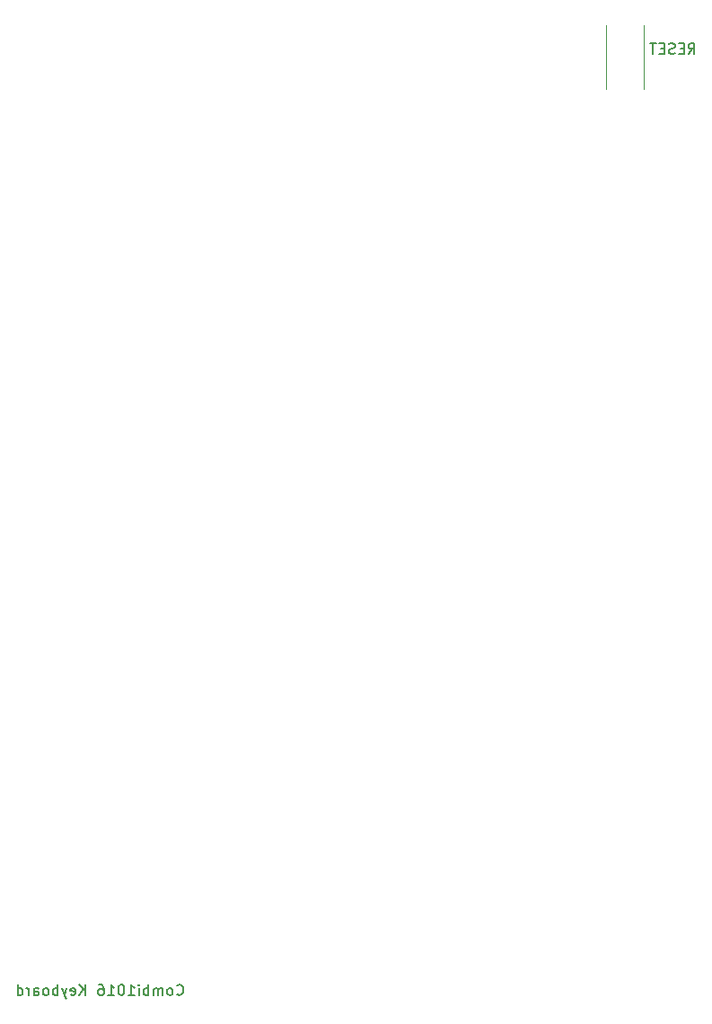
<source format=gbo>
%TF.GenerationSoftware,KiCad,Pcbnew,(6.0.4-0)*%
%TF.CreationDate,2022-04-04T05:09:50+09:00*%
%TF.ProjectId,mytenkey,6d797465-6e6b-4657-992e-6b696361645f,rev?*%
%TF.SameCoordinates,Original*%
%TF.FileFunction,Legend,Bot*%
%TF.FilePolarity,Positive*%
%FSLAX46Y46*%
G04 Gerber Fmt 4.6, Leading zero omitted, Abs format (unit mm)*
G04 Created by KiCad (PCBNEW (6.0.4-0)) date 2022-04-04 05:09:50*
%MOMM*%
%LPD*%
G01*
G04 APERTURE LIST*
%ADD10C,0.150000*%
%ADD11C,0.120000*%
G04 APERTURE END LIST*
D10*
X99035285Y-139930142D02*
X99082904Y-139977761D01*
X99225761Y-140025380D01*
X99321000Y-140025380D01*
X99463857Y-139977761D01*
X99559095Y-139882523D01*
X99606714Y-139787285D01*
X99654333Y-139596809D01*
X99654333Y-139453952D01*
X99606714Y-139263476D01*
X99559095Y-139168238D01*
X99463857Y-139073000D01*
X99321000Y-139025380D01*
X99225761Y-139025380D01*
X99082904Y-139073000D01*
X99035285Y-139120619D01*
X98463857Y-140025380D02*
X98559095Y-139977761D01*
X98606714Y-139930142D01*
X98654333Y-139834904D01*
X98654333Y-139549190D01*
X98606714Y-139453952D01*
X98559095Y-139406333D01*
X98463857Y-139358714D01*
X98321000Y-139358714D01*
X98225761Y-139406333D01*
X98178142Y-139453952D01*
X98130523Y-139549190D01*
X98130523Y-139834904D01*
X98178142Y-139930142D01*
X98225761Y-139977761D01*
X98321000Y-140025380D01*
X98463857Y-140025380D01*
X97701952Y-140025380D02*
X97701952Y-139358714D01*
X97701952Y-139453952D02*
X97654333Y-139406333D01*
X97559095Y-139358714D01*
X97416238Y-139358714D01*
X97321000Y-139406333D01*
X97273380Y-139501571D01*
X97273380Y-140025380D01*
X97273380Y-139501571D02*
X97225761Y-139406333D01*
X97130523Y-139358714D01*
X96987666Y-139358714D01*
X96892428Y-139406333D01*
X96844809Y-139501571D01*
X96844809Y-140025380D01*
X96368619Y-140025380D02*
X96368619Y-139025380D01*
X96368619Y-139406333D02*
X96273380Y-139358714D01*
X96082904Y-139358714D01*
X95987666Y-139406333D01*
X95940047Y-139453952D01*
X95892428Y-139549190D01*
X95892428Y-139834904D01*
X95940047Y-139930142D01*
X95987666Y-139977761D01*
X96082904Y-140025380D01*
X96273380Y-140025380D01*
X96368619Y-139977761D01*
X95463857Y-140025380D02*
X95463857Y-139358714D01*
X95463857Y-139025380D02*
X95511476Y-139073000D01*
X95463857Y-139120619D01*
X95416238Y-139073000D01*
X95463857Y-139025380D01*
X95463857Y-139120619D01*
X94463857Y-140025380D02*
X95035285Y-140025380D01*
X94749571Y-140025380D02*
X94749571Y-139025380D01*
X94844809Y-139168238D01*
X94940047Y-139263476D01*
X95035285Y-139311095D01*
X93844809Y-139025380D02*
X93749571Y-139025380D01*
X93654333Y-139073000D01*
X93606714Y-139120619D01*
X93559095Y-139215857D01*
X93511476Y-139406333D01*
X93511476Y-139644428D01*
X93559095Y-139834904D01*
X93606714Y-139930142D01*
X93654333Y-139977761D01*
X93749571Y-140025380D01*
X93844809Y-140025380D01*
X93940047Y-139977761D01*
X93987666Y-139930142D01*
X94035285Y-139834904D01*
X94082904Y-139644428D01*
X94082904Y-139406333D01*
X94035285Y-139215857D01*
X93987666Y-139120619D01*
X93940047Y-139073000D01*
X93844809Y-139025380D01*
X92559095Y-140025380D02*
X93130523Y-140025380D01*
X92844809Y-140025380D02*
X92844809Y-139025380D01*
X92940047Y-139168238D01*
X93035285Y-139263476D01*
X93130523Y-139311095D01*
X91701952Y-139025380D02*
X91892428Y-139025380D01*
X91987666Y-139073000D01*
X92035285Y-139120619D01*
X92130523Y-139263476D01*
X92178142Y-139453952D01*
X92178142Y-139834904D01*
X92130523Y-139930142D01*
X92082904Y-139977761D01*
X91987666Y-140025380D01*
X91797190Y-140025380D01*
X91701952Y-139977761D01*
X91654333Y-139930142D01*
X91606714Y-139834904D01*
X91606714Y-139596809D01*
X91654333Y-139501571D01*
X91701952Y-139453952D01*
X91797190Y-139406333D01*
X91987666Y-139406333D01*
X92082904Y-139453952D01*
X92130523Y-139501571D01*
X92178142Y-139596809D01*
X90416238Y-140025380D02*
X90416238Y-139025380D01*
X89844809Y-140025380D02*
X90273380Y-139453952D01*
X89844809Y-139025380D02*
X90416238Y-139596809D01*
X89035285Y-139977761D02*
X89130523Y-140025380D01*
X89321000Y-140025380D01*
X89416238Y-139977761D01*
X89463857Y-139882523D01*
X89463857Y-139501571D01*
X89416238Y-139406333D01*
X89321000Y-139358714D01*
X89130523Y-139358714D01*
X89035285Y-139406333D01*
X88987666Y-139501571D01*
X88987666Y-139596809D01*
X89463857Y-139692047D01*
X88654333Y-139358714D02*
X88416238Y-140025380D01*
X88178142Y-139358714D02*
X88416238Y-140025380D01*
X88511476Y-140263476D01*
X88559095Y-140311095D01*
X88654333Y-140358714D01*
X87797190Y-140025380D02*
X87797190Y-139025380D01*
X87797190Y-139406333D02*
X87701952Y-139358714D01*
X87511476Y-139358714D01*
X87416238Y-139406333D01*
X87368619Y-139453952D01*
X87321000Y-139549190D01*
X87321000Y-139834904D01*
X87368619Y-139930142D01*
X87416238Y-139977761D01*
X87511476Y-140025380D01*
X87701952Y-140025380D01*
X87797190Y-139977761D01*
X86749571Y-140025380D02*
X86844809Y-139977761D01*
X86892428Y-139930142D01*
X86940047Y-139834904D01*
X86940047Y-139549190D01*
X86892428Y-139453952D01*
X86844809Y-139406333D01*
X86749571Y-139358714D01*
X86606714Y-139358714D01*
X86511476Y-139406333D01*
X86463857Y-139453952D01*
X86416238Y-139549190D01*
X86416238Y-139834904D01*
X86463857Y-139930142D01*
X86511476Y-139977761D01*
X86606714Y-140025380D01*
X86749571Y-140025380D01*
X85559095Y-140025380D02*
X85559095Y-139501571D01*
X85606714Y-139406333D01*
X85701952Y-139358714D01*
X85892428Y-139358714D01*
X85987666Y-139406333D01*
X85559095Y-139977761D02*
X85654333Y-140025380D01*
X85892428Y-140025380D01*
X85987666Y-139977761D01*
X86035285Y-139882523D01*
X86035285Y-139787285D01*
X85987666Y-139692047D01*
X85892428Y-139644428D01*
X85654333Y-139644428D01*
X85559095Y-139596809D01*
X85082904Y-140025380D02*
X85082904Y-139358714D01*
X85082904Y-139549190D02*
X85035285Y-139453952D01*
X84987666Y-139406333D01*
X84892428Y-139358714D01*
X84797190Y-139358714D01*
X84035285Y-140025380D02*
X84035285Y-139025380D01*
X84035285Y-139977761D02*
X84130523Y-140025380D01*
X84321000Y-140025380D01*
X84416238Y-139977761D01*
X84463857Y-139930142D01*
X84511476Y-139834904D01*
X84511476Y-139549190D01*
X84463857Y-139453952D01*
X84416238Y-139406333D01*
X84321000Y-139358714D01*
X84130523Y-139358714D01*
X84035285Y-139406333D01*
X147273780Y-51379380D02*
X147607114Y-50903190D01*
X147845209Y-51379380D02*
X147845209Y-50379380D01*
X147464257Y-50379380D01*
X147369019Y-50427000D01*
X147321400Y-50474619D01*
X147273780Y-50569857D01*
X147273780Y-50712714D01*
X147321400Y-50807952D01*
X147369019Y-50855571D01*
X147464257Y-50903190D01*
X147845209Y-50903190D01*
X146845209Y-50855571D02*
X146511876Y-50855571D01*
X146369019Y-51379380D02*
X146845209Y-51379380D01*
X146845209Y-50379380D01*
X146369019Y-50379380D01*
X145988066Y-51331761D02*
X145845209Y-51379380D01*
X145607114Y-51379380D01*
X145511876Y-51331761D01*
X145464257Y-51284142D01*
X145416638Y-51188904D01*
X145416638Y-51093666D01*
X145464257Y-50998428D01*
X145511876Y-50950809D01*
X145607114Y-50903190D01*
X145797590Y-50855571D01*
X145892828Y-50807952D01*
X145940447Y-50760333D01*
X145988066Y-50665095D01*
X145988066Y-50569857D01*
X145940447Y-50474619D01*
X145892828Y-50427000D01*
X145797590Y-50379380D01*
X145559495Y-50379380D01*
X145416638Y-50427000D01*
X144988066Y-50855571D02*
X144654733Y-50855571D01*
X144511876Y-51379380D02*
X144988066Y-51379380D01*
X144988066Y-50379380D01*
X144511876Y-50379380D01*
X144226161Y-50379380D02*
X143654733Y-50379380D01*
X143940447Y-51379380D02*
X143940447Y-50379380D01*
D11*
%TO.C,SW24*%
X143100200Y-48661600D02*
X143100200Y-54661600D01*
X139500200Y-48661600D02*
X139500200Y-54661600D01*
%TD*%
M02*

</source>
